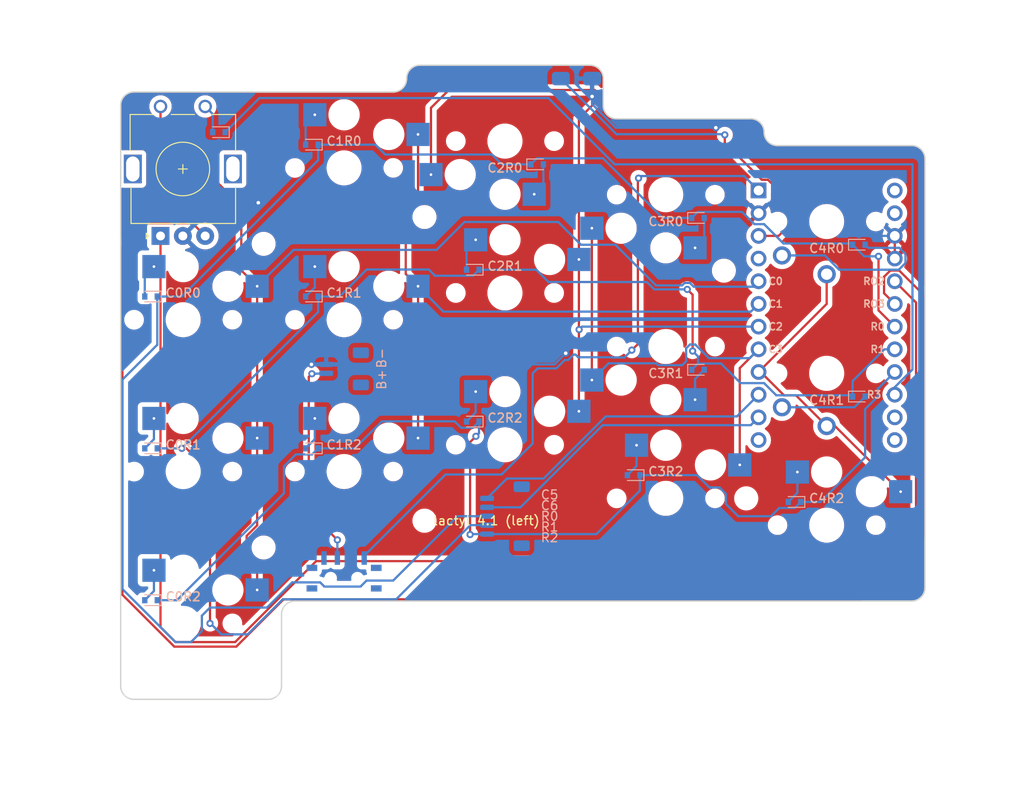
<source format=kicad_pcb>
(kicad_pcb (version 20171130) (host pcbnew 5.1.6)
  (title_block (title left) (rev v1.0.0) (company Unknown))
  (layers (0 F.Cu signal) (31 B.Cu signal) (34 B.Paste user) (35 F.Paste user) (36 B.SilkS user) (37 F.SilkS user) (38 B.Mask user) (39 F.Mask user) (44 Edge.Cuts user))
  (net 0 "")
  (net 1 "C0")
  (net 2 "C0R0D")
  (net 3 "C0R0")
  (net 4 "R0")
  (net 5 "C0R1D")
  (net 6 "C0R1")
  (net 7 "R1")
  (net 8 "C0R2D")
  (net 9 "C0R2")
  (net 10 "R2")
  (net 11 "C1")
  (net 12 "C1R0D")
  (net 13 "C1R0")
  (net 14 "C1R1D")
  (net 15 "C1R1")
  (net 16 "C1R2D")
  (net 17 "C1R2")
  (net 18 "C2")
  (net 19 "C2R0D")
  (net 20 "C2R0")
  (net 21 "C2R1D")
  (net 22 "C2R1")
  (net 23 "C2R2D")
  (net 24 "C2R2")
  (net 25 "C3")
  (net 26 "C3R0D")
  (net 27 "C3R0")
  (net 28 "C3R1D")
  (net 29 "C3R1")
  (net 30 "C3R2D")
  (net 31 "C3R2")
  (net 32 "C4")
  (net 33 "C4R0D")
  (net 34 "C4R0")
  (net 35 "C4R1D")
  (net 36 "C4R1")
  (net 37 "C4R2D")
  (net 38 "C4R2")
  (net 39 "C0R3D")
  (net 40 "P2")
  (net 41 "P3")
  (net 42 "GND")
  (net 43 "R3")
  (net 44 "RAW")
  (net 45 "BSLI")
  (net 46 "three")
  (net 47 "RST")
  (net 48 "VCC")
  (net 49 "C5")
  (net 50 "C6")
  (net 51 "P10")
  (net 52 "P1")
  (net 53 "P0")
  (net 54 "P8")
  (net 55 "P9")
  (net 56 "Flactyl 4.1 (left)")
  (footprint "Kailh_socket_PG1350_no_silk" (layer "B.Cu") (at 0 -34 180)
    (fp_text reference "S1" hide)
    (fp_text user C0R0 (at -0 3 180) (layer F.SilkS))
    (fp_text user C0R0 (at -0 3 180) (layer B.SilkS))
    (pad "" np_thru_hole circle (at 0 0) (size 3.429 3.429) (drill 3.429) (layers *.Cu *.Mask))
    (pad "" np_thru_hole circle (at 5.5 0) (size 1.7018 1.7018) (drill 1.7018) (layers *.Cu *.Mask))
    (pad "" np_thru_hole circle (at -5.5 0) (size 1.7018 1.7018) (drill 1.7018) (layers *.Cu *.Mask))
    (pad "" np_thru_hole circle (at -5 3.75) (size 3 3) (drill 3) (layers *.Cu *.Mask))
    (pad "" np_thru_hole circle (at 0 5.95) (size 3 3) (drill 3) (layers *.Cu *.Mask))
    (pad "1" smd rect (at 3.275 5.95) (size 2.6 2.6) (layers "B.Cu" "B.Paste" "B.Mask") (net 2 "C0R0D"))
    (pad "2" smd rect (at -8.275 3.75) (size 2.6 2.6) (layers "B.Cu" "B.Paste" "B.Mask") (net 1 "C0"))
    (pad "3" thru_hole circle (at 3.275 5.95) (size 0.6 0.6) (drill 0.3) (layers *.Cu) (net 2 "C0R0D"))
    (pad "4" thru_hole circle (at -8.275 3.75) (size 0.6 0.6) (drill 0.3) (layers *.Cu) (net 1 "C0"))
  )
  (footprint "D_SOD-523" (layer "B.Cu") (at -3.6 -36.6 180)
    (fp_text reference "D1" hide)
    (fp_text value "D_SOD-523")
    (pad "1" smd rect (at -0.7 0 180) (size 0.6 0.7) (layers "B.Cu" "B.Paste" "B.Mask") (net 4 "R0"))
    (pad "2" smd rect (at 0.7 0 180) (size 0.6 0.7) (layers "B.Cu" "B.Paste" "B.Mask") (net 2 "C0R0D"))
  )
  (footprint "Kailh_socket_PG1350_no_silk" (layer "B.Cu") (at 0 -17 180)
    (fp_text reference "S2" hide)
    (fp_text user C0R1 (at -0 3 180) (layer F.SilkS))
    (fp_text user C0R1 (at -0 3 180) (layer B.SilkS))
    (pad "" np_thru_hole circle (at 0 0) (size 3.429 3.429) (drill 3.429) (layers *.Cu *.Mask))
    (pad "" np_thru_hole circle (at 5.5 0) (size 1.7018 1.7018) (drill 1.7018) (layers *.Cu *.Mask))
    (pad "" np_thru_hole circle (at -5.5 0) (size 1.7018 1.7018) (drill 1.7018) (layers *.Cu *.Mask))
    (pad "" np_thru_hole circle (at -5 3.75) (size 3 3) (drill 3) (layers *.Cu *.Mask))
    (pad "" np_thru_hole circle (at 0 5.95) (size 3 3) (drill 3) (layers *.Cu *.Mask))
    (pad "1" smd rect (at 3.275 5.95) (size 2.6 2.6) (layers "B.Cu" "B.Paste" "B.Mask") (net 5 "C0R1D"))
    (pad "2" smd rect (at -8.275 3.75) (size 2.6 2.6) (layers "B.Cu" "B.Paste" "B.Mask") (net 1 "C0"))
    (pad "3" thru_hole circle (at 3.275 5.95) (size 0.6 0.6) (drill 0.3) (layers *.Cu) (net 5 "C0R1D"))
    (pad "4" thru_hole circle (at -8.275 3.75) (size 0.6 0.6) (drill 0.3) (layers *.Cu) (net 1 "C0"))
  )
  (footprint "D_SOD-523" (layer "B.Cu") (at -3.6 -19.6 180)
    (fp_text reference "D2" hide)
    (fp_text value "D_SOD-523")
    (pad "1" smd rect (at -0.7 0 180) (size 0.6 0.7) (layers "B.Cu" "B.Paste" "B.Mask") (net 7 "R1"))
    (pad "2" smd rect (at 0.7 0 180) (size 0.6 0.7) (layers "B.Cu" "B.Paste" "B.Mask") (net 5 "C0R1D"))
  )
  (footprint "Kailh_socket_PG1350_no_silk" (layer "B.Cu") (at 0 0 180)
    (fp_text reference "S3" hide)
    (fp_text user C0R2 (at -0 3 180) (layer F.SilkS))
    (fp_text user C0R2 (at -0 3 180) (layer B.SilkS))
    (pad "" np_thru_hole circle (at 0 0) (size 3.429 3.429) (drill 3.429) (layers *.Cu *.Mask))
    (pad "" np_thru_hole circle (at 5.5 0) (size 1.7018 1.7018) (drill 1.7018) (layers *.Cu *.Mask))
    (pad "" np_thru_hole circle (at -5.5 0) (size 1.7018 1.7018) (drill 1.7018) (layers *.Cu *.Mask))
    (pad "" np_thru_hole circle (at -5 3.75) (size 3 3) (drill 3) (layers *.Cu *.Mask))
    (pad "" np_thru_hole circle (at 0 5.95) (size 3 3) (drill 3) (layers *.Cu *.Mask))
    (pad "1" smd rect (at 3.275 5.95) (size 2.6 2.6) (layers "B.Cu" "B.Paste" "B.Mask") (net 8 "C0R2D"))
    (pad "2" smd rect (at -8.275 3.75) (size 2.6 2.6) (layers "B.Cu" "B.Paste" "B.Mask") (net 1 "C0"))
    (pad "3" thru_hole circle (at 3.275 5.95) (size 0.6 0.6) (drill 0.3) (layers *.Cu) (net 8 "C0R2D"))
    (pad "4" thru_hole circle (at -8.275 3.75) (size 0.6 0.6) (drill 0.3) (layers *.Cu) (net 1 "C0"))
  )
  (footprint "D_SOD-523" (layer "B.Cu") (at -3.6 -2.6 180)
    (fp_text reference "D3" hide)
    (fp_text value "D_SOD-523")
    (pad "1" smd rect (at -0.7 0 180) (size 0.6 0.7) (layers "B.Cu" "B.Paste" "B.Mask") (net 10 "R2"))
    (pad "2" smd rect (at 0.7 0 180) (size 0.6 0.7) (layers "B.Cu" "B.Paste" "B.Mask") (net 8 "C0R2D"))
  )
  (footprint "Kailh_socket_PG1350_no_silk" (layer "B.Cu") (at 18 -51 180)
    (fp_text reference "S4" hide)
    (fp_text user C1R0 (at -0 3 180) (layer F.SilkS))
    (fp_text user C1R0 (at -0 3 180) (layer B.SilkS))
    (pad "" np_thru_hole circle (at 0 0) (size 3.429 3.429) (drill 3.429) (layers *.Cu *.Mask))
    (pad "" np_thru_hole circle (at 5.5 0) (size 1.7018 1.7018) (drill 1.7018) (layers *.Cu *.Mask))
    (pad "" np_thru_hole circle (at -5.5 0) (size 1.7018 1.7018) (drill 1.7018) (layers *.Cu *.Mask))
    (pad "" np_thru_hole circle (at -5 3.75) (size 3 3) (drill 3) (layers *.Cu *.Mask))
    (pad "" np_thru_hole circle (at 0 5.95) (size 3 3) (drill 3) (layers *.Cu *.Mask))
    (pad "1" smd rect (at 3.275 5.95) (size 2.6 2.6) (layers "B.Cu" "B.Paste" "B.Mask") (net 12 "C1R0D"))
    (pad "2" smd rect (at -8.275 3.75) (size 2.6 2.6) (layers "B.Cu" "B.Paste" "B.Mask") (net 11 "C1"))
    (pad "3" thru_hole circle (at 3.275 5.95) (size 0.6 0.6) (drill 0.3) (layers *.Cu) (net 12 "C1R0D"))
    (pad "4" thru_hole circle (at -8.275 3.75) (size 0.6 0.6) (drill 0.3) (layers *.Cu) (net 11 "C1"))
  )
  (footprint "D_SOD-523" (layer "B.Cu") (at 14.4 -53.6 180)
    (fp_text reference "D4" hide)
    (fp_text value "D_SOD-523")
    (pad "1" smd rect (at -0.7 0 180) (size 0.6 0.7) (layers "B.Cu" "B.Paste" "B.Mask") (net 4 "R0"))
    (pad "2" smd rect (at 0.7 0 180) (size 0.6 0.7) (layers "B.Cu" "B.Paste" "B.Mask") (net 12 "C1R0D"))
  )
  (footprint "Kailh_socket_PG1350_no_silk" (layer "B.Cu") (at 18 -34 180)
    (fp_text reference "S5" hide)
    (fp_text user C1R1 (at -0 3 180) (layer F.SilkS))
    (fp_text user C1R1 (at -0 3 180) (layer B.SilkS))
    (pad "" np_thru_hole circle (at 0 0) (size 3.429 3.429) (drill 3.429) (layers *.Cu *.Mask))
    (pad "" np_thru_hole circle (at 5.5 0) (size 1.7018 1.7018) (drill 1.7018) (layers *.Cu *.Mask))
    (pad "" np_thru_hole circle (at -5.5 0) (size 1.7018 1.7018) (drill 1.7018) (layers *.Cu *.Mask))
    (pad "" np_thru_hole circle (at -5 3.75) (size 3 3) (drill 3) (layers *.Cu *.Mask))
    (pad "" np_thru_hole circle (at 0 5.95) (size 3 3) (drill 3) (layers *.Cu *.Mask))
    (pad "1" smd rect (at 3.275 5.95) (size 2.6 2.6) (layers "B.Cu" "B.Paste" "B.Mask") (net 14 "C1R1D"))
    (pad "2" smd rect (at -8.275 3.75) (size 2.6 2.6) (layers "B.Cu" "B.Paste" "B.Mask") (net 11 "C1"))
    (pad "3" thru_hole circle (at 3.275 5.95) (size 0.6 0.6) (drill 0.3) (layers *.Cu) (net 14 "C1R1D"))
    (pad "4" thru_hole circle (at -8.275 3.75) (size 0.6 0.6) (drill 0.3) (layers *.Cu) (net 11 "C1"))
  )
  (footprint "D_SOD-523" (layer "B.Cu") (at 14.4 -36.6 180)
    (fp_text reference "D5" hide)
    (fp_text value "D_SOD-523")
    (pad "1" smd rect (at -0.7 0 180) (size 0.6 0.7) (layers "B.Cu" "B.Paste" "B.Mask") (net 7 "R1"))
    (pad "2" smd rect (at 0.7 0 180) (size 0.6 0.7) (layers "B.Cu" "B.Paste" "B.Mask") (net 14 "C1R1D"))
  )
  (footprint "Kailh_socket_PG1350_no_silk" (layer "B.Cu") (at 18 -17 180)
    (fp_text reference "S6" hide)
    (fp_text user C1R2 (at -0 3 180) (layer F.SilkS))
    (fp_text user C1R2 (at -0 3 180) (layer B.SilkS))
    (pad "" np_thru_hole circle (at 0 0) (size 3.429 3.429) (drill 3.429) (layers *.Cu *.Mask))
    (pad "" np_thru_hole circle (at 5.5 0) (size 1.7018 1.7018) (drill 1.7018) (layers *.Cu *.Mask))
    (pad "" np_thru_hole circle (at -5.5 0) (size 1.7018 1.7018) (drill 1.7018) (layers *.Cu *.Mask))
    (pad "" np_thru_hole circle (at -5 3.75) (size 3 3) (drill 3) (layers *.Cu *.Mask))
    (pad "" np_thru_hole circle (at 0 5.95) (size 3 3) (drill 3) (layers *.Cu *.Mask))
    (pad "1" smd rect (at 3.275 5.95) (size 2.6 2.6) (layers "B.Cu" "B.Paste" "B.Mask") (net 16 "C1R2D"))
    (pad "2" smd rect (at -8.275 3.75) (size 2.6 2.6) (layers "B.Cu" "B.Paste" "B.Mask") (net 11 "C1"))
    (pad "3" thru_hole circle (at 3.275 5.95) (size 0.6 0.6) (drill 0.3) (layers *.Cu) (net 16 "C1R2D"))
    (pad "4" thru_hole circle (at -8.275 3.75) (size 0.6 0.6) (drill 0.3) (layers *.Cu) (net 11 "C1"))
  )
  (footprint "D_SOD-523" (layer "B.Cu") (at 14.4 -19.6 180)
    (fp_text reference "D6" hide)
    (fp_text value "D_SOD-523")
    (pad "1" smd rect (at -0.7 0 180) (size 0.6 0.7) (layers "B.Cu" "B.Paste" "B.Mask") (net 10 "R2"))
    (pad "2" smd rect (at 0.7 0 180) (size 0.6 0.7) (layers "B.Cu" "B.Paste" "B.Mask") (net 16 "C1R2D"))
  )
  (footprint "Kailh_socket_PG1350_no_silk" (layer "B.Cu") (at 36 -54 0)
    (fp_text reference "S7" hide)
    (fp_text user C2R0 (at -0 3 0) (layer F.SilkS))
    (fp_text user C2R0 (at -0 3 0) (layer B.SilkS))
    (pad "" np_thru_hole circle (at 0 0) (size 3.429 3.429) (drill 3.429) (layers *.Cu *.Mask))
    (pad "" np_thru_hole circle (at 5.5 0) (size 1.7018 1.7018) (drill 1.7018) (layers *.Cu *.Mask))
    (pad "" np_thru_hole circle (at -5.5 0) (size 1.7018 1.7018) (drill 1.7018) (layers *.Cu *.Mask))
    (pad "" np_thru_hole circle (at -5 3.75) (size 3 3) (drill 3) (layers *.Cu *.Mask))
    (pad "" np_thru_hole circle (at 0 5.95) (size 3 3) (drill 3) (layers *.Cu *.Mask))
    (pad "1" smd rect (at 3.275 5.95) (size 2.6 2.6) (layers "B.Cu" "B.Paste" "B.Mask") (net 19 "C2R0D"))
    (pad "2" smd rect (at -8.275 3.75) (size 2.6 2.6) (layers "B.Cu" "B.Paste" "B.Mask") (net 18 "C2"))
    (pad "3" thru_hole circle (at 3.275 5.95) (size 0.6 0.6) (drill 0.3) (layers *.Cu) (net 19 "C2R0D"))
    (pad "4" thru_hole circle (at -8.275 3.75) (size 0.6 0.6) (drill 0.3) (layers *.Cu) (net 18 "C2"))
  )
  (footprint "D_SOD-523" (layer "B.Cu") (at 39.6 -51.4 0)
    (fp_text reference "D7" hide)
    (fp_text value "D_SOD-523")
    (pad "1" smd rect (at -0.7 0 0) (size 0.6 0.7) (layers "B.Cu" "B.Paste" "B.Mask") (net 4 "R0"))
    (pad "2" smd rect (at 0.7 0 0) (size 0.6 0.7) (layers "B.Cu" "B.Paste" "B.Mask") (net 19 "C2R0D"))
  )
  (footprint "Kailh_socket_PG1350_no_silk" (layer "B.Cu") (at 36 -37 180)
    (fp_text reference "S8" hide)
    (fp_text user C2R1 (at -0 3 180) (layer F.SilkS))
    (fp_text user C2R1 (at -0 3 180) (layer B.SilkS))
    (pad "" np_thru_hole circle (at 0 0) (size 3.429 3.429) (drill 3.429) (layers *.Cu *.Mask))
    (pad "" np_thru_hole circle (at 5.5 0) (size 1.7018 1.7018) (drill 1.7018) (layers *.Cu *.Mask))
    (pad "" np_thru_hole circle (at -5.5 0) (size 1.7018 1.7018) (drill 1.7018) (layers *.Cu *.Mask))
    (pad "" np_thru_hole circle (at -5 3.75) (size 3 3) (drill 3) (layers *.Cu *.Mask))
    (pad "" np_thru_hole circle (at 0 5.95) (size 3 3) (drill 3) (layers *.Cu *.Mask))
    (pad "1" smd rect (at 3.275 5.95) (size 2.6 2.6) (layers "B.Cu" "B.Paste" "B.Mask") (net 21 "C2R1D"))
    (pad "2" smd rect (at -8.275 3.75) (size 2.6 2.6) (layers "B.Cu" "B.Paste" "B.Mask") (net 18 "C2"))
    (pad "3" thru_hole circle (at 3.275 5.95) (size 0.6 0.6) (drill 0.3) (layers *.Cu) (net 21 "C2R1D"))
    (pad "4" thru_hole circle (at -8.275 3.75) (size 0.6 0.6) (drill 0.3) (layers *.Cu) (net 18 "C2"))
  )
  (footprint "D_SOD-523" (layer "B.Cu") (at 32.4 -39.6 180)
    (fp_text reference "D8" hide)
    (fp_text value "D_SOD-523")
    (pad "1" smd rect (at -0.7 0 180) (size 0.6 0.7) (layers "B.Cu" "B.Paste" "B.Mask") (net 7 "R1"))
    (pad "2" smd rect (at 0.7 0 180) (size 0.6 0.7) (layers "B.Cu" "B.Paste" "B.Mask") (net 21 "C2R1D"))
  )
  (footprint "Kailh_socket_PG1350_no_silk" (layer "B.Cu") (at 36 -20 180)
    (fp_text reference "S9" hide)
    (fp_text user C2R2 (at -0 3 180) (layer F.SilkS))
    (fp_text user C2R2 (at -0 3 180) (layer B.SilkS))
    (pad "" np_thru_hole circle (at 0 0) (size 3.429 3.429) (drill 3.429) (layers *.Cu *.Mask))
    (pad "" np_thru_hole circle (at 5.5 0) (size 1.7018 1.7018) (drill 1.7018) (layers *.Cu *.Mask))
    (pad "" np_thru_hole circle (at -5.5 0) (size 1.7018 1.7018) (drill 1.7018) (layers *.Cu *.Mask))
    (pad "" np_thru_hole circle (at -5 3.75) (size 3 3) (drill 3) (layers *.Cu *.Mask))
    (pad "" np_thru_hole circle (at 0 5.95) (size 3 3) (drill 3) (layers *.Cu *.Mask))
    (pad "1" smd rect (at 3.275 5.95) (size 2.6 2.6) (layers "B.Cu" "B.Paste" "B.Mask") (net 23 "C2R2D"))
    (pad "2" smd rect (at -8.275 3.75) (size 2.6 2.6) (layers "B.Cu" "B.Paste" "B.Mask") (net 18 "C2"))
    (pad "3" thru_hole circle (at 3.275 5.95) (size 0.6 0.6) (drill 0.3) (layers *.Cu) (net 23 "C2R2D"))
    (pad "4" thru_hole circle (at -8.275 3.75) (size 0.6 0.6) (drill 0.3) (layers *.Cu) (net 18 "C2"))
  )
  (footprint "D_SOD-523" (layer "B.Cu") (at 32.4 -22.6 180)
    (fp_text reference "D9" hide)
    (fp_text value "D_SOD-523")
    (pad "1" smd rect (at -0.7 0 180) (size 0.6 0.7) (layers "B.Cu" "B.Paste" "B.Mask") (net 10 "R2"))
    (pad "2" smd rect (at 0.7 0 180) (size 0.6 0.7) (layers "B.Cu" "B.Paste" "B.Mask") (net 23 "C2R2D"))
  )
  (footprint "Kailh_socket_PG1350_no_silk" (layer "B.Cu") (at 54 -48 0)
    (fp_text reference "S10" hide)
    (fp_text user C3R0 (at -0 3 0) (layer F.SilkS))
    (fp_text user C3R0 (at -0 3 0) (layer B.SilkS))
    (pad "" np_thru_hole circle (at 0 0) (size 3.429 3.429) (drill 3.429) (layers *.Cu *.Mask))
    (pad "" np_thru_hole circle (at 5.5 0) (size 1.7018 1.7018) (drill 1.7018) (layers *.Cu *.Mask))
    (pad "" np_thru_hole circle (at -5.5 0) (size 1.7018 1.7018) (drill 1.7018) (layers *.Cu *.Mask))
    (pad "" np_thru_hole circle (at -5 3.75) (size 3 3) (drill 3) (layers *.Cu *.Mask))
    (pad "" np_thru_hole circle (at 0 5.95) (size 3 3) (drill 3) (layers *.Cu *.Mask))
    (pad "1" smd rect (at 3.275 5.95) (size 2.6 2.6) (layers "B.Cu" "B.Paste" "B.Mask") (net 26 "C3R0D"))
    (pad "2" smd rect (at -8.275 3.75) (size 2.6 2.6) (layers "B.Cu" "B.Paste" "B.Mask") (net 25 "C3"))
    (pad "3" thru_hole circle (at 3.275 5.95) (size 0.6 0.6) (drill 0.3) (layers *.Cu) (net 26 "C3R0D"))
    (pad "4" thru_hole circle (at -8.275 3.75) (size 0.6 0.6) (drill 0.3) (layers *.Cu) (net 25 "C3"))
  )
  (footprint "D_SOD-523" (layer "B.Cu") (at 57.6 -45.4 0)
    (fp_text reference "D10" hide)
    (fp_text value "D_SOD-523")
    (pad "1" smd rect (at -0.7 0 0) (size 0.6 0.7) (layers "B.Cu" "B.Paste" "B.Mask") (net 4 "R0"))
    (pad "2" smd rect (at 0.7 0 0) (size 0.6 0.7) (layers "B.Cu" "B.Paste" "B.Mask") (net 26 "C3R0D"))
  )
  (footprint "Kailh_socket_PG1350_no_silk" (layer "B.Cu") (at 54 -31 0)
    (fp_text reference "S11" hide)
    (fp_text user C3R1 (at -0 3 0) (layer F.SilkS))
    (fp_text user C3R1 (at -0 3 0) (layer B.SilkS))
    (pad "" np_thru_hole circle (at 0 0) (size 3.429 3.429) (drill 3.429) (layers *.Cu *.Mask))
    (pad "" np_thru_hole circle (at 5.5 0) (size 1.7018 1.7018) (drill 1.7018) (layers *.Cu *.Mask))
    (pad "" np_thru_hole circle (at -5.5 0) (size 1.7018 1.7018) (drill 1.7018) (layers *.Cu *.Mask))
    (pad "" np_thru_hole circle (at -5 3.75) (size 3 3) (drill 3) (layers *.Cu *.Mask))
    (pad "" np_thru_hole circle (at 0 5.95) (size 3 3) (drill 3) (layers *.Cu *.Mask))
    (pad "1" smd rect (at 3.275 5.95) (size 2.6 2.6) (layers "B.Cu" "B.Paste" "B.Mask") (net 28 "C3R1D"))
    (pad "2" smd rect (at -8.275 3.75) (size 2.6 2.6) (layers "B.Cu" "B.Paste" "B.Mask") (net 25 "C3"))
    (pad "3" thru_hole circle (at 3.275 5.95) (size 0.6 0.6) (drill 0.3) (layers *.Cu) (net 28 "C3R1D"))
    (pad "4" thru_hole circle (at -8.275 3.75) (size 0.6 0.6) (drill 0.3) (layers *.Cu) (net 25 "C3"))
  )
  (footprint "D_SOD-523" (layer "B.Cu") (at 57.6 -28.4 0)
    (fp_text reference "D11" hide)
    (fp_text value "D_SOD-523")
    (pad "1" smd rect (at -0.7 0 0) (size 0.6 0.7) (layers "B.Cu" "B.Paste" "B.Mask") (net 7 "R1"))
    (pad "2" smd rect (at 0.7 0 0) (size 0.6 0.7) (layers "B.Cu" "B.Paste" "B.Mask") (net 28 "C3R1D"))
  )
  (footprint "Kailh_socket_PG1350_no_silk" (layer "B.Cu") (at 54 -14 180)
    (fp_text reference "S12" hide)
    (fp_text user C3R2 (at -0 3 180) (layer F.SilkS))
    (fp_text user C3R2 (at -0 3 180) (layer B.SilkS))
    (pad "" np_thru_hole circle (at 0 0) (size 3.429 3.429) (drill 3.429) (layers *.Cu *.Mask))
    (pad "" np_thru_hole circle (at 5.5 0) (size 1.7018 1.7018) (drill 1.7018) (layers *.Cu *.Mask))
    (pad "" np_thru_hole circle (at -5.5 0) (size 1.7018 1.7018) (drill 1.7018) (layers *.Cu *.Mask))
    (pad "" np_thru_hole circle (at -5 3.75) (size 3 3) (drill 3) (layers *.Cu *.Mask))
    (pad "" np_thru_hole circle (at 0 5.95) (size 3 3) (drill 3) (layers *.Cu *.Mask))
    (pad "1" smd rect (at 3.275 5.95) (size 2.6 2.6) (layers "B.Cu" "B.Paste" "B.Mask") (net 30 "C3R2D"))
    (pad "2" smd rect (at -8.275 3.75) (size 2.6 2.6) (layers "B.Cu" "B.Paste" "B.Mask") (net 25 "C3"))
    (pad "3" thru_hole circle (at 3.275 5.95) (size 0.6 0.6) (drill 0.3) (layers *.Cu) (net 30 "C3R2D"))
    (pad "4" thru_hole circle (at -8.275 3.75) (size 0.6 0.6) (drill 0.3) (layers *.Cu) (net 25 "C3"))
  )
  (footprint "D_SOD-523" (layer "B.Cu") (at 50.4 -16.6 180)
    (fp_text reference "D12" hide)
    (fp_text value "D_SOD-523")
    (pad "1" smd rect (at -0.7 0 180) (size 0.6 0.7) (layers "B.Cu" "B.Paste" "B.Mask") (net 10 "R2"))
    (pad "2" smd rect (at 0.7 0 180) (size 0.6 0.7) (layers "B.Cu" "B.Paste" "B.Mask") (net 30 "C3R2D"))
  )
  (footprint "Kailh_socket_PG1350_no_silk" (layer "B.Cu") (at 72 -45 0)
    (fp_text reference "S13" hide)
    (fp_text user C4R0 (at -0 3 0) (layer F.SilkS))
    (fp_text user C4R0 (at -0 3 0) (layer B.SilkS))
    (pad "" np_thru_hole circle (at 0 0) (size 3.429 3.429) (drill 3.429) (layers *.Cu *.Mask))
    (pad "" np_thru_hole circle (at 5.5 0) (size 1.7018 1.7018) (drill 1.7018) (layers *.Cu *.Mask))
    (pad "" np_thru_hole circle (at -5.5 0) (size 1.7018 1.7018) (drill 1.7018) (layers *.Cu *.Mask))
    (pad 1 thru_hole circle (at -5 3.8) (size 2.032 2.032) (drill 1.27) (layers *.Cu *.Mask) (net 33 "C4R0D"))
    (pad 2 thru_hole circle (at 0 5.9) (size 2.032 2.032) (drill 1.27) (layers *.Cu *.Mask) (net 32 "C4"))
  )
  (footprint "D_SOD-523" (layer "B.Cu") (at 75.6 -42.4 0)
    (fp_text reference "D13" hide)
    (fp_text value "D_SOD-523")
    (pad "1" smd rect (at -0.7 0 0) (size 0.6 0.7) (layers "B.Cu" "B.Paste" "B.Mask") (net 4 "R0"))
    (pad "2" smd rect (at 0.7 0 0) (size 0.6 0.7) (layers "B.Cu" "B.Paste" "B.Mask") (net 33 "C4R0D"))
  )
  (footprint "Kailh_socket_PG1350_no_silk" (layer "B.Cu") (at 72 -28 0)
    (fp_text reference "S14" hide)
    (fp_text user C4R1 (at -0 3 0) (layer F.SilkS))
    (fp_text user C4R1 (at -0 3 0) (layer B.SilkS))
    (pad "" np_thru_hole circle (at 0 0) (size 3.429 3.429) (drill 3.429) (layers *.Cu *.Mask))
    (pad "" np_thru_hole circle (at 5.5 0) (size 1.7018 1.7018) (drill 1.7018) (layers *.Cu *.Mask))
    (pad "" np_thru_hole circle (at -5.5 0) (size 1.7018 1.7018) (drill 1.7018) (layers *.Cu *.Mask))
    (pad 1 thru_hole circle (at -5 3.8) (size 2.032 2.032) (drill 1.27) (layers *.Cu *.Mask) (net 35 "C4R1D"))
    (pad 2 thru_hole circle (at 0 5.9) (size 2.032 2.032) (drill 1.27) (layers *.Cu *.Mask) (net 32 "C4"))
  )
  (footprint "D_SOD-523" (layer "B.Cu") (at 75.6 -25.4 0)
    (fp_text reference "D14" hide)
    (fp_text value "D_SOD-523")
    (pad "1" smd rect (at -0.7 0 0) (size 0.6 0.7) (layers "B.Cu" "B.Paste" "B.Mask") (net 7 "R1"))
    (pad "2" smd rect (at 0.7 0 0) (size 0.6 0.7) (layers "B.Cu" "B.Paste" "B.Mask") (net 35 "C4R1D"))
  )
  (footprint "Kailh_socket_PG1350_no_silk" (layer "B.Cu") (at 72 -11 180)
    (fp_text reference "S15" hide)
    (fp_text user C4R2 (at -0 3 180) (layer F.SilkS))
    (fp_text user C4R2 (at -0 3 180) (layer B.SilkS))
    (pad "" np_thru_hole circle (at 0 0) (size 3.429 3.429) (drill 3.429) (layers *.Cu *.Mask))
    (pad "" np_thru_hole circle (at 5.5 0) (size 1.7018 1.7018) (drill 1.7018) (layers *.Cu *.Mask))
    (pad "" np_thru_hole circle (at -5.5 0) (size 1.7018 1.7018) (drill 1.7018) (layers *.Cu *.Mask))
    (pad "" np_thru_hole circle (at -5 3.75) (size 3 3) (drill 3) (layers *.Cu *.Mask))
    (pad "" np_thru_hole circle (at 0 5.95) (size 3 3) (drill 3) (layers *.Cu *.Mask))
    (pad "1" smd rect (at 3.275 5.95) (size 2.6 2.6) (layers "B.Cu" "B.Paste" "B.Mask") (net 37 "C4R2D"))
    (pad "2" smd rect (at -8.275 3.75) (size 2.6 2.6) (layers "B.Cu" "B.Paste" "B.Mask") (net 32 "C4"))
    (pad "3" thru_hole circle (at 3.275 5.95) (size 0.6 0.6) (drill 0.3) (layers *.Cu) (net 37 "C4R2D"))
    (pad "4" thru_hole circle (at -8.275 3.75) (size 0.6 0.6) (drill 0.3) (layers *.Cu) (net 32 "C4"))
  )
  (footprint "D_SOD-523" (layer "B.Cu") (at 68.4 -13.6 180)
    (fp_text reference "D15" hide)
    (fp_text value "D_SOD-523")
    (pad "1" smd rect (at -0.7 0 180) (size 0.6 0.7) (layers "B.Cu" "B.Paste" "B.Mask") (net 10 "R2"))
    (pad "2" smd rect (at 0.7 0 180) (size 0.6 0.7) (layers "B.Cu" "B.Paste" "B.Mask") (net 37 "C4R2D"))
  )
  (module rotary_encoder (layer F.Cu) (at 0 -51 90)
    (fp_text reference "ROT1" hide)
    (fp_text value "")
    (pad A thru_hole rect (at -7.62 -2.54 90) (size 2 2) (drill 1) (layers *.Cu *.Mask) (net 40 "P2"))
    (pad C thru_hole circle (at -7.62 -0.04) (size 2 2) (drill 1) (layers *.Cu *.Mask) (net 42 "GND"))
    (pad B thru_hole circle (at -7.62 2.46) (size 2 2) (drill 1) (layers *.Cu *.Mask) (net 41 "P3"))
    (pad 1 thru_hole circle (at 6.88 -2.54) (size 1.5 1.5) (drill 1) (layers *.Cu *.Mask) (net 1 "C0"))
    (pad 2 thru_hole circle (at 6.88 2.46) (size 1.5 1.5) (drill 1) (layers *.Cu *.Mask) (net 39 "C0R3D"))
    (pad "" thru_hole rect (at -0.12 -5.64 90) (size 3.2 2) (drill oval 2.8 1.5) (layers *.Cu *.Mask))
    (pad "" thru_hole rect (at -0.12 5.56 90) (size 3.2 2) (drill oval 2.8 1.5) (layers *.Cu *.Mask))
  )
  (footprint "D_SOD-523" (layer "B.Cu") (at 4 -55 180)
    (fp_text reference "D16" hide)
    (fp_text value "D_SOD-523")
    (pad "1" smd rect (at -0.7 0 180) (size 0.6 0.7) (layers "B.Cu" "B.Paste" "B.Mask") (net 43 "R3"))
    (pad "2" smd rect (at 0.7 0 180) (size 0.6 0.7) (layers "B.Cu" "B.Paste" "B.Mask") (net 39 "C0R3D"))
  )
  (footprint "easyeda:SW-TH_MSK12C02-HB-1" (layer "F.Cu") (at 18 -5.5 180)
    (fp_text reference "SS1" hide)
    (fp_text value "SW-TH_MSK12C02-HB-1" hide)
    (pad "" np_thru_hole circle (at -1.5 -0.43 180) (size 0.9 0.9) (drill 0.9) (layers "*.Cu" "*.Mask"))
    (pad "" np_thru_hole circle (at 1.5 -0.43 180) (size 0.9 0.9) (drill 0.9) (layers "*.Cu" "*.Mask"))
    (pad "1" smd rect (at -2.25 1.82 270) (size 1.524 0.6) (layers "B.Cu" "B.Paste" "B.Mask") (net 44 "RAW"))
    (pad "2" smd rect (at 0.75 1.82 270) (size 1.524 0.6) (layers "B.Cu" "B.Paste" "B.Mask") (net 45 "BSLI"))
    (pad "3" smd rect (at 2.25 1.82 270) (size 1.524 0.6) (layers "B.Cu" "B.Paste" "B.Mask") (net 46 "three"))
    (pad "4" smd rect (at -3.6 -1.58 180) (size 1.2 0.7) (layers "B.Cu" "B.Paste" "B.Mask"))
    (pad "4" smd rect (at -3.6 0.72 180) (size 1.2 0.7) (layers "B.Cu" "B.Paste" "B.Mask"))
    (pad "4" smd rect (at 3.6 -1.58 180) (size 1.2 0.7) (layers "B.Cu" "B.Paste" "B.Mask"))
    (pad "4" smd rect (at 3.6 0.72 180) (size 1.2 0.7) (layers "B.Cu" "B.Paste" "B.Mask"))
  )
  (module "b3u-1000P" (layer "B.Cu") (at 44 -61 180)
    (fp_text reference "SB1" hide)
    (fp_text value "b3u-1000P")
    (pad "1" smd roundrect (at -1.75 0 180) (size 2 1.524) (layers "B.Cu" "B.Paste" "B.Mask") (net 42 "GND"))
    (pad "2" smd roundrect (at 1.75 0 180) (size 2 1.512) (layers "B.Cu" "B.Paste" "B.Mask") (net 47 "RST"))
  )
  (module NiceNano (layer B.Cu) (at 72 -34.5 -90)
    (fp_text reference "MCU1" hide)
    (fp_text value "" hide)
    (fp_text user C0 (at -3.81 5.7 0) (layer F.SilkS) (effects (font (size 0.8 0.8))))
    (fp_text user C1 (at -1.27 5.7 0) (layer F.SilkS) (effects (font (size 0.8 0.8))))
    (fp_text user C2 (at 1.27 5.7 0) (layer F.SilkS) (effects (font (size 0.8 0.8))))
    (fp_text user C3 (at 3.81 5.7 0) (layer F.SilkS) (effects (font (size 0.8 0.8))))
    (fp_text user C0 (at -3.81 5.7 0) (layer B.SilkS) (effects (font (size 0.8 0.8))))
    (fp_text user C1 (at -1.27 5.7 0) (layer B.SilkS) (effects (font (size 0.8 0.8))))
    (fp_text user C2 (at 1.27 5.7 0) (layer B.SilkS) (effects (font (size 0.8 0.8))))
    (fp_text user C3 (at 3.81 5.7 0) (layer B.SilkS) (effects (font (size 0.8 0.8))))
    (fp_text user RO2 (at -3.81 -5.3 0) (layer B.SilkS) (effects (font (size 0.8 0.8))))
    (fp_text user RO3 (at -1.27 -5.3 0) (layer B.SilkS) (effects (font (size 0.8 0.8))))
    (fp_text user RO2 (at -3.81 -5.3 0) (layer F.SilkS) (effects (font (size 0.8 0.8))))
    (fp_text user RO3 (at -1.27 -5.3 0) (layer F.SilkS) (effects (font (size 0.8 0.8))))
    (fp_text user R0 (at 1.27 -5.7 0) (layer F.SilkS) (effects (font (size 0.8 0.8))))
    (fp_text user R1 (at 3.81 -5.7 0) (layer F.SilkS) (effects (font (size 0.8 0.8))))
    (fp_text user R3 (at 8.89 -5.3 0) (layer F.SilkS) (effects (font (size 0.8 0.8))))
    (fp_text user R0 (at 1.27 -5.7 0) (layer B.SilkS) (effects (font (size 0.8 0.8))))
    (fp_text user R1 (at 3.81 -5.7 0) (layer B.SilkS) (effects (font (size 0.8 0.8))))
    (fp_text user R3 (at 8.89 -5.3 0) (layer B.SilkS) (effects (font (size 0.8 0.8))))
    (pad 1 thru_hole rect (at -13.97 7.62 -90) (size 1.7526 1.7526) (drill 1.0922) (layers *.Cu *.Fab *.Mask) (net 44 "RAW"))
    (pad 2 thru_hole circle (at -11.43 7.62 0) (size 1.7526 1.7526) (drill 1.0922) (layers *.Cu *.Fab *.Mask) (net 42 "GND"))
    (pad 3 thru_hole circle (at -8.89 7.62 0) (size 1.7526 1.7526) (drill 1.0922) (layers *.Cu *.Fab *.Mask) (net 47 "RST"))
    (pad 4 thru_hole circle (at -6.35 7.62 0) (size 1.7526 1.7526) (drill 1.0922) (layers *.Cu *.Fab *.Mask) (net 48 "VCC"))
    (pad 5 thru_hole circle (at -3.81 7.62 0) (size 1.7526 1.7526) (drill 1.0922) (layers *.Cu *.Fab *.Mask) (net 1 "C0"))
    (pad 6 thru_hole circle (at -1.27 7.62 0) (size 1.7526 1.7526) (drill 1.0922) (layers *.Cu *.Fab *.Mask) (net 11 "C1"))
    (pad 7 thru_hole circle (at 1.27 7.62 0) (size 1.7526 1.7526) (drill 1.0922) (layers *.Cu *.Fab *.Mask) (net 18 "C2"))
    (pad 8 thru_hole circle (at 3.81 7.62 0) (size 1.7526 1.7526) (drill 1.0922) (layers *.Cu *.Fab *.Mask) (net 25 "C3"))
    (pad 9 thru_hole circle (at 6.35 7.62 0) (size 1.7526 1.7526) (drill 1.0922) (layers *.Cu *.Fab *.Mask) (net 32 "C4"))
    (pad 10 thru_hole circle (at 8.89 7.62 0) (size 1.7526 1.7526) (drill 1.0922) (layers *.Cu *.Fab *.Mask) (net 49 "C5"))
    (pad 11 thru_hole circle (at 11.43 7.62 0) (size 1.7526 1.7526) (drill 1.0922) (layers *.Cu *.Fab *.Mask) (net 50 "C6"))
    (pad 12 thru_hole circle (at 13.97 7.62 0) (size 1.7526 1.7526) (drill 1.0922) (layers *.Cu *.Fab *.Mask) (net 51 "P10"))
    (pad 13 thru_hole circle (at -13.97 -7.62 0) (size 1.7526 1.7526) (drill 1.0922) (layers *.Cu *.Fab *.Mask) (net 52 "P1"))
    (pad 14 thru_hole circle (at -11.43 -7.62 0) (size 1.7526 1.7526) (drill 1.0922) (layers *.Cu *.Fab *.Mask) (net 53 "P0"))
    (pad 15 thru_hole circle (at -8.89 -7.62 0) (size 1.7526 1.7526) (drill 1.0922) (layers *.Cu *.Fab *.Mask) (net 42 "GND"))
    (pad 16 thru_hole circle (at -6.35 -7.62 0) (size 1.7526 1.7526) (drill 1.0922) (layers *.Cu *.Fab *.Mask) (net 42 "GND"))
    (pad 17 thru_hole circle (at -3.81 -7.62 0) (size 1.7526 1.7526) (drill 1.0922) (layers *.Cu *.Fab *.Mask) (net 40 "P2"))
    (pad 18 thru_hole circle (at -1.27 -7.62 0) (size 1.7526 1.7526) (drill 1.0922) (layers *.Cu *.Fab *.Mask) (net 41 "P3"))
    (pad 19 thru_hole circle (at 1.27 -7.62 0) (size 1.7526 1.7526) (drill 1.0922) (layers *.Cu *.Fab *.Mask) (net 4 "R0"))
    (pad 20 thru_hole circle (at 3.81 -7.62 0) (size 1.7526 1.7526) (drill 1.0922) (layers *.Cu *.Fab *.Mask) (net 7 "R1"))
    (pad 21 thru_hole circle (at 6.35 -7.62 0) (size 1.7526 1.7526) (drill 1.0922) (layers *.Cu *.Fab *.Mask) (net 10 "R2"))
    (pad 22 thru_hole circle (at 8.89 -7.62 0) (size 1.7526 1.7526) (drill 1.0922) (layers *.Cu *.Fab *.Mask) (net 43 "R3"))
    (pad 23 thru_hole circle (at 11.43 -7.62 0) (size 1.7526 1.7526) (drill 1.0922) (layers *.Cu *.Fab *.Mask) (net 54 "P8"))
    (pad 24 thru_hole circle (at 13.97 -7.62 0) (size 1.7526 1.7526) (drill 1.0922) (layers *.Cu *.Fab *.Mask) (net 55 "P9"))
  )
  (footprint "JST_SH_SM02B-SRSS-TB_1x02-1MP_P1.00mm_Horizontal" (layer "B.Cu") (at 18 -28.5 270)
    (fp_text reference "JB1" hide hide)
    (fp_text value "JST_SH_SM02B-SRSS-TB_1x02-1MP_P1.00mm_Horizontal" hide)
    (fp_text user "B+" (at 1.2 -4.2 90 unlocked) (layer "B.SilkS"))
    (fp_text user "B-" (at -1.2 -4.2 90 unlocked) (layer "B.SilkS"))
    (pad "2" smd roundrect (at 0.5 2 270) (size 0.6 1.55) (layers "B.Cu" "B.Paste" "B.Mask") (net 45 "BSLI"))
    (pad "1" smd roundrect (at -0.5 2 270) (size 0.6 1.55) (layers "B.Cu" "B.Paste" "B.Mask") (net 42 "GND"))
    (pad "MP" smd roundrect (at 1.8 -1.875 270) (size 1.2 1.8) (layers "B.Cu" "B.Paste" "B.Mask") (roundrect_rratio 0.208333))
    (pad "MP" smd roundrect (at -1.8 -1.875 270) (size 1.2 1.8) (layers "B.Cu" "B.Paste" "B.Mask") (roundrect_rratio 0.208333))
  )
  (footprint "JST_SH_SM05B-SRSS-TB_1x05-1MP_P1.00mm_Horizontal" (layer "B.Cu") (at 36 -12 270)
    (fp_text reference "JC1" hide)
    (fp_text user "R2" (at 2.4 -5 360 unlocked) (layer "B.SilkS"))
    (fp_text user "R1" (at 1.2 -5 360 unlocked) (layer "B.SilkS"))
    (fp_text user "R0" (at 0 -5 360 unlocked) (layer "B.SilkS"))
    (fp_text user "C6" (at -1.2 -5 360 unlocked) (layer "B.SilkS"))
    (fp_text user "C5" (at -2.4 -5 360 unlocked) (layer "B.SilkS"))
    (pad "5" smd roundrect (at 2 2 270) (size 0.6 1.55) (layers "B.Cu" "B.Paste" "B.Mask") (net 10 "R2"))
    (pad "4" smd roundrect (at 1 2 270) (size 0.6 1.55) (layers "B.Cu" "B.Paste" "B.Mask") (net 7 "R1"))
    (pad "3" smd roundrect (at 0 2 270) (size 0.6 1.55) (layers "B.Cu" "B.Paste" "B.Mask") (net 4 "R0"))
    (pad "2" smd roundrect (at -1 2 270) (size 0.6 1.55) (layers "B.Cu" "B.Paste" "B.Mask") (net 50 "C6"))
    (pad "1" smd roundrect (at -2 2 270) (size 0.6 1.55) (layers "B.Cu" "B.Paste" "B.Mask") (net 49 "C5"))
    (pad "MP" smd roundrect (at -3.3 -1.875 270) (size 1.2 1.8) (layers "B.Cu" "B.Paste" "B.Mask") (roundrect_rratio 0.208333))
    (pad "MP" smd roundrect (at 3.3 -1.875 270) (size 1.2 1.8) (layers "B.Cu" "B.Paste" "B.Mask") (roundrect_rratio 0.208333))
  )
  (footprint "MountingHole_2.2mm_M2" (layer "F.Cu") (at 9 -8.5 0)
    (fp_text reference "H1" hide hide)
    (pad "" np_thru_hole circle (at 0 0) (size 2.2 2.2) (drill 2.2) (layers *.Cu *.Mask))
  )
  (footprint "MountingHole_2.2mm_M2" (layer "F.Cu") (at 9 -42.5 0)
    (fp_text reference "H2" hide hide)
    (pad "" np_thru_hole circle (at 0 0) (size 2.2 2.2) (drill 2.2) (layers *.Cu *.Mask))
  )
  (footprint "MountingHole_2.2mm_M2" (layer "F.Cu") (at 27 -11.5 0)
    (fp_text reference "H3" hide hide)
    (pad "" np_thru_hole circle (at 0 0) (size 2.2 2.2) (drill 2.2) (layers *.Cu *.Mask))
  )
  (footprint "MountingHole_2.2mm_M2" (layer "F.Cu") (at 27 -45.5 0)
    (fp_text reference "H4" hide hide)
    (pad "" np_thru_hole circle (at 0 0) (size 2.2 2.2) (drill 2.2) (layers *.Cu *.Mask))
  )
  (footprint "MountingHole_2.2mm_M2" (layer "F.Cu") (at 63 -14 0)
    (fp_text reference "H5" hide hide)
    (pad "" np_thru_hole circle (at 0 0) (size 2.2 2.2) (drill 2.2) (layers *.Cu *.Mask))
  )
  (footprint "MountingHole_2.2mm_M2" (layer "F.Cu") (at 60.5 -39.5 0)
    (fp_text reference "H6" hide hide)
    (pad "" np_thru_hole circle (at 0 0) (size 2.2 2.2) (drill 2.2) (layers *.Cu *.Mask))
  )
  (footprint "somelogo" (layer "F.SilkS") (at 33.5 -11.5 0)
    (fp_text reference "T1" hide)
    (fp_text value "Flactyl 4.1 (left)" (at 0 0 0) (layer "F.SilkS"))
  )
  (gr_line (start -5.51 8.5) (end 9.51 8.5) (angle 90) (layer Edge.Cuts) (width 0.15))
  (gr_line (start 11 7.01) (end 11 -1.01) (angle 90) (layer Edge.Cuts) (width 0.15))
  (gr_line (start -5.51 -59.5) (end 23.51 -59.5) (angle 90) (layer Edge.Cuts) (width 0.15))
  (gr_line (start 47 -57.99) (end 47 -61.01) (angle 90) (layer Edge.Cuts) (width 0.15))
  (gr_line (start 45.51 -62.5) (end 26.49 -62.5) (angle 90) (layer Edge.Cuts) (width 0.15))
  (gr_line (start 25 -61.01) (end 25 -60.99) (angle 90) (layer Edge.Cuts) (width 0.15))
  (gr_line (start 65 -54.99) (end 65 -55.01) (angle 90) (layer Edge.Cuts) (width 0.15))
  (gr_line (start 63.51 -56.5) (end 48.49 -56.5) (angle 90) (layer Edge.Cuts) (width 0.15))
  (gr_line (start 12.49 -2.5) (end 81.51 -2.5) (angle 90) (layer Edge.Cuts) (width 0.15))
  (gr_line (start 83 -3.99) (end 83 -52.01) (angle 90) (layer Edge.Cuts) (width 0.15))
  (gr_line (start 81.51 -53.5) (end 66.49 -53.5) (angle 90) (layer Edge.Cuts) (width 0.15))
  (gr_line (start -7 7.01) (end -7 -58.01) (angle 90) (layer Edge.Cuts) (width 0.15))
  (gr_arc (start 9.51 7.01) (end 9.51 8.5) (angle -90) (layer Edge.Cuts) (width 0.15))
  (gr_arc (start 12.49 -1.01) (end 12.49 -2.5) (angle -90) (layer Edge.Cuts) (width 0.15))
  (gr_arc (start 81.51 -3.99) (end 81.51 -2.5) (angle -90) (layer Edge.Cuts) (width 0.15))
  (gr_arc (start 81.51 -52.01) (end 83 -52.01) (angle -90) (layer Edge.Cuts) (width 0.15))
  (gr_arc (start 66.49 -54.99) (end 65 -54.99) (angle -90) (layer Edge.Cuts) (width 0.15))
  (gr_arc (start 63.51 -55.01) (end 65 -55.01) (angle -90) (layer Edge.Cuts) (width 0.15))
  (gr_arc (start 48.49 -57.99) (end 47 -57.99) (angle -90) (layer Edge.Cuts) (width 0.15))
  (gr_arc (start 45.51 -61.01) (end 47 -61.01) (angle -90) (layer Edge.Cuts) (width 0.15))
  (gr_arc (start 26.49 -61.01) (end 26.49 -62.5) (angle -90) (layer Edge.Cuts) (width 0.15))
  (gr_arc (start 23.51 -60.99) (end 23.51 -59.5) (angle -90) (layer Edge.Cuts) (width 0.15))
  (gr_arc (start -5.51 -58.01) (end -5.51 -59.5) (angle -90) (layer Edge.Cuts) (width 0.15))
  (gr_arc (start -5.51 7.01) (end -7 7.01) (angle -90) (layer Edge.Cuts) (width 0.15))
  (segment (start 7.1 -9.8) (end 7.1 -6.9) (width 0.25) (layer "F.Cu") (net 1))
  (segment (start 6.5 -47.9) (end 5.29 -47.9) (width 0.25) (layer "F.Cu") (net 1))
  (segment (start 7.1 -6.9) (end 8.275 -5.725) (width 0.25) (layer "F.Cu") (net 1))
  (segment (start 8.275 -37.75) (end 6.5 -39.525) (width 0.25) (layer "F.Cu") (net 1))
  (segment (start 5.29 -47.9) (end -2.54 -55.73) (width 0.25) (layer "F.Cu") (net 1))
  (segment (start 8.275 -20.75) (end 8.275 -37.75) (width 0.25) (layer "F.Cu") (net 1))
  (segment (start 8.275 -10.975) (end 7.1 -9.8) (width 0.25) (layer "F.Cu") (net 1))
  (segment (start 6.5 -39.525) (end 6.5 -47.9) (width 0.25) (layer "F.Cu") (net 1))
  (segment (start -2.54 -55.73) (end -2.54 -57.88) (width 0.25) (layer "F.Cu") (net 1))
  (segment (start 8.275 -20.75) (end 8.275 -10.975) (width 0.25) (layer "F.Cu") (net 1))
  (segment (start 8.275 -5.725) (end 8.275 -3.75) (width 0.25) (layer "F.Cu") (net 1))
  (segment (start 12.35 -41.825) (end 28.35 -41.825) (width 0.25) (layer "B.Cu") (net 1))
  (segment (start 57.125 -37.7) (end 63.77 -37.7) (width 0.25) (layer "B.Cu") (net 1))
  (segment (start 8.275 -37.75) (end 12.35 -41.825) (width 0.25) (layer "B.Cu") (net 1))
  (segment (start 41.95 -44.95) (end 44.5 -42.4) (width 0.25) (layer "B.Cu") (net 1))
  (segment (start 31.475 -44.95) (end 41.95 -44.95) (width 0.25) (layer "B.Cu") (net 1))
  (segment (start 44.5 -42.4) (end 48.35 -42.4) (width 0.25) (layer "B.Cu") (net 1))
  (segment (start 52.9 -37.85) (end 55.824695 -37.85) (width 0.25) (layer "B.Cu") (net 1))
  (segment (start 28.35 -41.825) (end 31.475 -44.95) (width 0.25) (layer "B.Cu") (net 1))
  (segment (start 56.7 -38.125) (end 57.125 -37.7) (width 0.25) (layer "B.Cu") (net 1))
  (segment (start 48.35 -42.4) (end 52.9 -37.85) (width 0.25) (layer "B.Cu") (net 1))
  (segment (start 56.099695 -38.125) (end 56.7 -38.125) (width 0.25) (layer "B.Cu") (net 1))
  (segment (start 63.77 -37.7) (end 64.38 -38.31) (width 0.25) (layer "B.Cu") (net 1))
  (segment (start 55.824695 -37.85) (end 56.099695 -38.125) (width 0.25) (layer "B.Cu") (net 1))
  (segment (start -4.3 -38.925) (end -3.275 -39.95) (width 0.25) (layer "B.Cu") (net 2))
  (segment (start -4.3 -36.6) (end -4.3 -38.925) (width 0.25) (layer "B.Cu") (net 2))
  (segment (start 77.8 -35.05) (end 79.62 -33.23) (width 0.25) (layer "F.Cu") (net 3))
  (segment (start 77.8 -41.1) (end 77.8 -35.05) (width 0.25) (layer "F.Cu") (net 3))
  (via (at 77.8 -41.1) (size 0.8) (drill 0.4) (layers "F.Cu" "B.Cu") (net 3))
  (segment (start 76.2 -41.1) (end 74.9 -42.4) (width 0.25) (layer "B.Cu") (net 3))
  (segment (start 65 -44.7) (end 67.159 -42.541) (width 0.25) (layer "B.Cu") (net 3))
  (segment (start -2.9 -31.2) (end -2.9 -36.6) (width 0.25) (layer "B.Cu") (net 3))
  (segment (start 22.59835 -52.5) (end 34.545001 -52.5) (width 0.25) (layer "B.Cu") (net 3))
  (segment (start 3.001501 -1.7775) (end 2.0895 -0.865499) (width 0.25) (layer "B.Cu") (net 3))
  (segment (start 77.8 -41.1) (end 76.2 -41.1) (width 0.25) (layer "B.Cu") (net 3))
  (segment (start 34.545001 -52.5) (end 35.645001 -51.4) (width 0.25) (layer "B.Cu") (net 3))
  (segment (start 34 -12) (end 30.7 -12) (width 0.25) (layer "B.Cu") (net 3))
  (segment (start -0.865499 2.0895) (end -6.8 -3.845001) (width 0.25) (layer "B.Cu") (net 3))
  (segment (start 67.159 -42.541) (end 74.759 -42.541) (width 0.25) (layer "B.Cu") (net 3))
  (segment (start 63.911105 -44.7) (end 65 -44.7) (width 0.25) (layer "B.Cu") (net 3))
  (segment (start 15.1 -51.866316) (end 15.1 -53.6) (width 0.25) (layer "B.Cu") (net 3))
  (segment (start 21.49835 -53.6) (end 22.59835 -52.5) (width 0.25) (layer "B.Cu") (net 3))
  (segment (start 30.7 -12) (end 23.5 -4.8) (width 0.25) (layer "B.Cu") (net 3))
  (segment (start -2.9 -36.6) (end -0.166316 -36.6) (width 0.25) (layer "B.Cu") (net 3))
  (segment (start 9.3775 -1.7775) (end 3.001501 -1.7775) (width 0.25) (layer "B.Cu") (net 3))
  (segment (start 2.0895 0.865499) (end 0.865499 2.0895) (width 0.25) (layer "B.Cu") (net 3))
  (segment (start 15.325 -4.595) (end 12.195 -4.595) (width 0.25) (layer "B.Cu") (net 3))
  (segment (start 56.9 -45.4) (end 57.575 -46.075) (width 0.25) (layer "B.Cu") (net 3))
  (segment (start 39.575 -52.075) (end 46.970001 -52.075) (width 0.25) (layer "B.Cu") (net 3))
  (segment (start 53.645001 -45.4) (end 56.9 -45.4) (width 0.25) (layer "B.Cu") (net 3))
  (segment (start 15.1 -53.6) (end 21.49835 -53.6) (width 0.25) (layer "B.Cu") (net 3))
  (segment (start -6.8 -3.845001) (end -6.8 -27.3) (width 0.25) (layer "B.Cu") (net 3))
  (segment (start 20.516726 -4.8) (end 19.841726 -4.125) (width 0.25) (layer "B.Cu") (net 3))
  (segment (start 38.9 -51.4) (end 39.575 -52.075) (width 0.25) (layer "B.Cu") (net 3))
  (segment (start 62.536105 -46.075) (end 63.911105 -44.7) (width 0.25) (layer "B.Cu") (net 3))
  (segment (start 46.970001 -52.075) (end 53.645001 -45.4) (width 0.25) (layer "B.Cu") (net 3))
  (segment (start 12.195 -4.595) (end 9.3775 -1.7775) (width 0.25) (layer "B.Cu") (net 3))
  (segment (start -0.166316 -36.6) (end 15.1 -51.866316) (width 0.25) (layer "B.Cu") (net 3))
  (segment (start 74.759 -42.541) (end 74.9 -42.4) (width 0.25) (layer "B.Cu") (net 3))
  (segment (start 19.841726 -4.125) (end 15.795 -4.125) (width 0.25) (layer "B.Cu") (net 3))
  (segment (start 0.865499 2.0895) (end -0.865499 2.0895) (width 0.25) (layer "B.Cu") (net 3))
  (segment (start -6.8 -27.3) (end -2.9 -31.2) (width 0.25) (layer "B.Cu") (net 3))
  (segment (start 35.645001 -51.4) (end 38.9 -51.4) (width 0.25) (layer "B.Cu") (net 3))
  (segment (start 23.5 -4.8) (end 20.516726 -4.8) (width 0.25) (layer "B.Cu") (net 3))
  (segment (start 2.0895 -0.865499) (end 2.0895 0.865499) (width 0.25) (layer "B.Cu") (net 3))
  (segment (start 57.575 -46.075) (end 62.536105 -46.075) (width 0.25) (layer "B.Cu") (net 3))
  (segment (start 15.795 -4.125) (end 15.325 -4.595) (width 0.25) (layer "B.Cu") (net 3))
  (segment (start -3.275 -20.625) (end -4.3 -19.6) (width 0.25) (layer "B.Cu") (net 4))
  (segment (start -3.275 -22.95) (end -3.275 -20.625) (width 0.25) (layer "B.Cu") (net 4))
  (segment (start 0.354999 -19.6) (end 3 -16.954999) (width 0.25) (layer "F.Cu") (net 5))
  (segment (start 57 -36.8) (end 56.4 -37.4) (width 0.25) (layer "F.Cu") (net 5))
  (segment (start -0.15 -19.6) (end 0.354999 -19.6) (width 0.25) (layer "F.Cu") (net 5))
  (segment (start 57 -30.5) (end 57 -36.8) (width 0.25) (layer "F.Cu") (net 5))
  (segment (start 3 -16.954999) (end 3 0) (width 0.25) (layer "F.Cu") (net 5))
  (via (at -0.15 -19.6) (size 0.8) (drill 0.4) (layers "F.Cu" "B.Cu") (net 5))
  (via (at 56.4 -37.4) (size 0.8) (drill 0.4) (layers "F.Cu" "B.Cu") (net 5))
  (via (at 57 -30.5) (size 0.8) (drill 0.4) (layers "F.Cu" "B.Cu") (net 5))
  (via (at 3 0) (size 0.8) (drill 0.4) (layers "F.Cu" "B.Cu") (net 5))
  (segment (start -0.166316 -19.6) (end -2.9 -19.6) (width 0.25) (layer "B.Cu") (net 5))
  (segment (start 78.456316 -30.69) (end 79.62 -30.69) (width 0.25) (layer "B.Cu") (net 5))
  (segment (start 11.138769 -2.702373) (end 7.210496 1.2259) (width 0.25) (layer "B.Cu") (net 5))
  (segment (start 7.210496 1.2259) (end 4.2759 1.2259) (width 0.25) (layer "B.Cu") (net 5))
  (segment (start 20.525 -39.625) (end 17.5 -36.6) (width 0.25) (layer "B.Cu") (net 5))
  (segment (start 57.6 -29.1) (end 57.6 -29.9) (width 0.25) (layer "B.Cu") (net 5))
  (segment (start -0.15 -19.6) (end -0.166316 -19.6) (width 0.25) (layer "B.Cu") (net 5))
  (segment (start 27.475 -39.625) (end 20.525 -39.625) (width 0.25) (layer "B.Cu") (net 5))
  (segment (start 66.359 -25.541) (end 65 -26.9) (width 0.25) (layer "B.Cu") (net 5))
  (segment (start -0.15 -19.616316) (end -0.15 -19.6) (width 0.25) (layer "B.Cu") (net 5))
  (segment (start 74.9 -25.4) (end 74.9 -27.133684) (width 0.25) (layer "B.Cu") (net 5))
  (segment (start 65 -26.9) (end 62.375 -26.9) (width 0.25) (layer "B.Cu") (net 5))
  (segment (start 57.6 -29.1) (end 56.9 -28.4) (width 0.25) (layer "B.Cu") (net 5))
  (segment (start 74.759 -25.541) (end 66.359 -25.541) (width 0.25) (layer "B.Cu") (net 5))
  (segment (start 74.9 -25.4) (end 74.759 -25.541) (width 0.25) (layer "B.Cu") (net 5))
  (segment (start 15.1 -36.6) (end 15.1 -34.866316) (width 0.25) (layer "B.Cu") (net 5))
  (segment (start 60.175 -29.1) (end 57.6 -29.1) (width 0.25) (layer "B.Cu") (net 5))
  (segment (start 4.2759 1.2259) (end 3.05 0) (width 0.25) (layer "B.Cu") (net 5))
  (segment (start 52.7 -37.4) (end 56.4 -37.4) (width 0.25) (layer "B.Cu") (net 5))
  (segment (start 17.5 -36.6) (end 15.1 -36.6) (width 0.25) (layer "B.Cu") (net 5))
  (segment (start 40.87245 -38.2259) (end 51.8741 -38.2259) (width 0.25) (layer "B.Cu") (net 5))
  (segment (start 15.1 -34.866316) (end -0.15 -19.616316) (width 0.25) (layer "B.Cu") (net 5))
  (segment (start 39.49835 -39.6) (end 40.87245 -38.2259) (width 0.25) (layer "B.Cu") (net 5))
  (segment (start 51.8741 -38.2259) (end 52.7 -37.4) (width 0.25) (layer "B.Cu") (net 5))
  (segment (start 23.827068 -2.702373) (end 11.138769 -2.702373) (width 0.25) (layer "B.Cu") (net 5))
  (segment (start 57.6 -29.9) (end 57 -30.5) (width 0.25) (layer "B.Cu") (net 5))
  (segment (start 34 -11) (end 32.124695 -11) (width 0.25) (layer "B.Cu") (net 5))
  (segment (start 28.175 -38.925) (end 27.475 -39.625) (width 0.25) (layer "B.Cu") (net 5))
  (segment (start 62.375 -26.9) (end 60.175 -29.1) (width 0.25) (layer "B.Cu") (net 5))
  (segment (start 32.124695 -11) (end 23.827068 -2.702373) (width 0.25) (layer "B.Cu") (net 5))
  (segment (start 32.425 -38.925) (end 28.175 -38.925) (width 0.25) (layer "B.Cu") (net 5))
  (segment (start 33.1 -39.6) (end 32.425 -38.925) (width 0.25) (layer "B.Cu") (net 5))
  (segment (start 74.9 -27.133684) (end 78.456316 -30.69) (width 0.25) (layer "B.Cu") (net 5))
  (segment (start 33.1 -39.6) (end 39.49835 -39.6) (width 0.25) (layer "B.Cu") (net 5))
  (segment (start -3.275 -3.625) (end -4.3 -2.6) (width 0.25) (layer "B.Cu") (net 6))
  (segment (start -3.275 -5.95) (end -3.275 -3.625) (width 0.25) (layer "B.Cu") (net 6))
  (segment (start 32.1 -20.3) (end 32.1 -9.95) (width 0.25) (layer "F.Cu") (net 7))
  (segment (start 32.75 -20.95) (end 32.1 -20.3) (width 0.25) (layer "F.Cu") (net 7))
  (via (at 32.75 -20.95) (size 0.8) (drill 0.4) (layers "F.Cu" "B.Cu") (net 7))
  (via (at 32.1 -9.95) (size 0.8) (drill 0.4) (layers "F.Cu" "B.Cu") (net 7))
  (segment (start 68.425 -12.925) (end 69.1 -13.6) (width 0.25) (layer "B.Cu") (net 7))
  (segment (start 77.7 -25.388895) (end 77.7 -26.3) (width 0.25) (layer "B.Cu") (net 7))
  (segment (start 69.1 -13.6) (end 71.30165 -13.6) (width 0.25) (layer "B.Cu") (net 7))
  (segment (start 32.4 -21.9) (end 33.1 -22.6) (width 0.25) (layer "B.Cu") (net 7))
  (segment (start 11.2741 -14.57245) (end 11.2741 -17.5991) (width 0.25) (layer "B.Cu") (net 7))
  (segment (start 58.992216 -15.2259) (end 60.007784 -15.2259) (width 0.25) (layer "B.Cu") (net 7))
  (segment (start -2.9 -2.6) (end -0.69835 -2.6) (width 0.25) (layer "B.Cu") (net 7))
  (segment (start 65.766316 -12) (end 66.691316 -12.925) (width 0.25) (layer "B.Cu") (net 7))
  (segment (start 34 -10) (end 46.233684 -10) (width 0.25) (layer "B.Cu") (net 7))
  (segment (start 31.1 -21.9) (end 32.4 -21.9) (width 0.25) (layer "B.Cu") (net 7))
  (segment (start 62.09835 -12) (end 65.766316 -12) (width 0.25) (layer "B.Cu") (net 7))
  (segment (start 58.932333 -15.166017) (end 58.992216 -15.2259) (width 0.25) (layer "B.Cu") (net 7))
  (segment (start 34 -10) (end 32.3 -10) (width 0.25) (layer "B.Cu") (net 7))
  (segment (start 76.3 -23.988895) (end 77.7 -25.388895) (width 0.25) (layer "B.Cu") (net 7))
  (segment (start 11.2741 -17.5991) (end 12.6 -18.925) (width 0.25) (layer "B.Cu") (net 7))
  (segment (start 60.7259 -13.37245) (end 62.09835 -12) (width 0.25) (layer "B.Cu") (net 7))
  (segment (start 77.7 -26.3) (end 77.77 -26.3) (width 0.25) (layer "B.Cu") (net 7))
  (segment (start 32.1 -9.95) (end 32.25 -9.95) (width 0.25) (layer "B.Cu") (net 7))
  (segment (start 60.007784 -15.2259) (end 60.7259 -14.507784) (width 0.25) (layer "B.Cu") (net 7))
  (segment (start 77.77 -26.3) (end 79.62 -28.15) (width 0.25) (layer "B.Cu") (net 7))
  (segment (start 51.1 -14.866316) (end 51.1 -16.6) (width 0.25) (layer "B.Cu") (net 7))
  (segment (start 14.425 -18.925) (end 15.1 -19.6) (width 0.25) (layer "B.Cu") (net 7))
  (segment (start 51.1 -16.6) (end 57.49835 -16.6) (width 0.25) (layer "B.Cu") (net 7))
  (segment (start 19.19835 -19.6) (end 22.22335 -22.625) (width 0.25) (layer "B.Cu") (net 7))
  (segment (start 60.7259 -14.507784) (end 60.7259 -13.37245) (width 0.25) (layer "B.Cu") (net 7))
  (segment (start 33.1 -21.3) (end 32.75 -20.95) (width 0.25) (layer "B.Cu") (net 7))
  (segment (start 15.1 -19.6) (end 19.19835 -19.6) (width 0.25) (layer "B.Cu") (net 7))
  (segment (start 66.691316 -12.925) (end 68.425 -12.925) (width 0.25) (layer "B.Cu") (net 7))
  (segment (start 76.3 -18.59835) (end 76.3 -23.988895) (width 0.25) (layer "B.Cu") (net 7))
  (segment (start -0.69835 -2.6) (end 11.2741 -14.57245) (width 0.25) (layer "B.Cu") (net 7))
  (segment (start 22.22335 -22.625) (end 30.375 -22.625) (width 0.25) (layer "B.Cu") (net 7))
  (segment (start 33.1 -22.6) (end 33.1 -21.3) (width 0.25) (layer "B.Cu") (net 7))
  (segment (start 12.6 -18.925) (end 14.425 -18.925) (width 0.25) (layer "B.Cu") (net 7))
  (segment (start 71.30165 -13.6) (end 76.3 -18.59835) (width 0.25) (layer "B.Cu") (net 7))
  (segment (start 32.3 -10) (end 32.1 -9.95) (width 0.25) (layer "B.Cu") (net 7))
  (segment (start 30.375 -22.625) (end 31.1 -21.9) (width 0.25) (layer "B.Cu") (net 7))
  (segment (start 57.49835 -16.6) (end 58.932333 -15.166017) (width 0.25) (layer "B.Cu") (net 7))
  (segment (start 46.233684 -10) (end 51.1 -14.866316) (width 0.25) (layer "B.Cu") (net 7))
  (segment (start 26.275 -37.75) (end 26.275 -20.75) (width 0.25) (layer "F.Cu") (net 8))
  (segment (start 24.9 -39.125) (end 26.275 -37.75) (width 0.25) (layer "F.Cu") (net 8))
  (segment (start 26.275 -54.75) (end 26.275 -47.775) (width 0.25) (layer "F.Cu") (net 8))
  (segment (start 24.9 -46.4) (end 24.9 -39.125) (width 0.25) (layer "F.Cu") (net 8))
  (segment (start 26.275 -47.775) (end 24.9 -46.4) (width 0.25) (layer "F.Cu") (net 8))
  (segment (start 29.1145 -34.9105) (end 63.5205 -34.9105) (width 0.25) (layer "B.Cu") (net 8))
  (segment (start 26.275 -37.75) (end 29.1145 -34.9105) (width 0.25) (layer "B.Cu") (net 8))
  (segment (start 63.5205 -34.9105) (end 64.38 -35.77) (width 0.25) (layer "B.Cu") (net 8))
  (segment (start 13.7 -53.6) (end 13.7 -55.925) (width 0.25) (layer "B.Cu") (net 9))
  (segment (start 13.7 -55.925) (end 14.725 -56.95) (width 0.25) (layer "B.Cu") (net 9))
  (segment (start 14.725 -37.625) (end 13.7 -36.6) (width 0.25) (layer "B.Cu") (net 10))
  (segment (start 14.725 -39.95) (end 14.725 -37.625) (width 0.25) (layer "B.Cu") (net 10))
  (segment (start 14.725 -22.95) (end 14.725 -20.625) (width 0.25) (layer "B.Cu") (net 11))
  (segment (start 14.725 -20.625) (end 13.7 -19.6) (width 0.25) (layer "B.Cu") (net 11))
  (segment (start 29.725 -59.725) (end 27.725 -57.725) (width 0.25) (layer "F.Cu") (net 12))
  (segment (start 27.725 -57.725) (end 27.725 -50.25) (width 0.25) (layer "F.Cu") (net 12))
  (segment (start 44.275 -32.875) (end 44.3 -32.9) (width 0.25) (layer "F.Cu") (net 12))
  (segment (start 44.275 -56.499695) (end 46.475 -58.699695) (width 0.25) (layer "F.Cu") (net 12))
  (segment (start 44.3 -32.9) (end 44.275 -32.925) (width 0.25) (layer "F.Cu") (net 12))
  (segment (start 44.275 -40.75) (end 44.275 -56.499695) (width 0.25) (layer "F.Cu") (net 12))
  (segment (start 46.050305 -59.725) (end 29.725 -59.725) (width 0.25) (layer "F.Cu") (net 12))
  (segment (start 44.275 -23.75) (end 44.275 -32.875) (width 0.25) (layer "F.Cu") (net 12))
  (segment (start 44.275 -32.925) (end 44.275 -40.75) (width 0.25) (layer "F.Cu") (net 12))
  (segment (start 46.475 -59.300305) (end 46.050305 -59.725) (width 0.25) (layer "F.Cu") (net 12))
  (segment (start 46.475 -58.699695) (end 46.475 -59.300305) (width 0.25) (layer "F.Cu") (net 12))
  (via (at 44.3 -32.9) (size 0.8) (drill 0.4) (layers "F.Cu" "B.Cu") (net 12))
  (segment (start 44.63 -33.23) (end 44.3 -32.9) (width 0.25) (layer "B.Cu") (net 12))
  (segment (start 64.38 -33.23) (end 44.63 -33.23) (width 0.25) (layer "B.Cu") (net 12))
  (segment (start 40.3 -51.4) (end 40.3 -49.075) (width 0.25) (layer "B.Cu") (net 13))
  (segment (start 40.3 -49.075) (end 39.275 -48.05) (width 0.25) (layer "B.Cu") (net 13))
  (segment (start 31.7 -39.6) (end 31.7 -41.925) (width 0.25) (layer "B.Cu") (net 14))
  (segment (start 31.7 -41.925) (end 32.725 -42.95) (width 0.25) (layer "B.Cu") (net 14))
  (segment (start 32.725 -25.95) (end 32.725 -23.625) (width 0.25) (layer "B.Cu") (net 15))
  (segment (start 32.725 -23.625) (end 31.7 -22.6) (width 0.25) (layer "B.Cu") (net 15))
  (segment (start 62.275 -28.585) (end 64.38 -30.69) (width 0.25) (layer "F.Cu") (net 16))
  (segment (start 62.275 -17.75) (end 62.275 -28.585) (width 0.25) (layer "F.Cu") (net 16))
  (segment (start 45.725 -44.25) (end 45.725 -27.25) (width 0.25) (layer "F.Cu") (net 16))
  (segment (start 47.6 -29.125) (end 52.920001 -29.125) (width 0.25) (layer "B.Cu") (net 16))
  (segment (start 56.699695 -31.225) (end 57.300305 -31.225) (width 0.25) (layer "B.Cu") (net 16))
  (segment (start 52.920001 -29.125) (end 53.134501 -28.9105) (width 0.25) (layer "B.Cu") (net 16))
  (segment (start 53.134501 -28.9105) (end 55.835195 -28.9105) (width 0.25) (layer "B.Cu") (net 16))
  (segment (start 55.835195 -28.9105) (end 56.275 -29.350305) (width 0.25) (layer "B.Cu") (net 16))
  (segment (start 45.725 -27.25) (end 47.6 -29.125) (width 0.25) (layer "B.Cu") (net 16))
  (segment (start 56.275 -30.800305) (end 56.699695 -31.225) (width 0.25) (layer "B.Cu") (net 16))
  (segment (start 58.825305 -29.7) (end 63.39 -29.7) (width 0.25) (layer "B.Cu") (net 16))
  (segment (start 56.275 -29.350305) (end 56.275 -30.800305) (width 0.25) (layer "B.Cu") (net 16))
  (segment (start 57.300305 -31.225) (end 58.825305 -29.7) (width 0.25) (layer "B.Cu") (net 16))
  (segment (start 63.39 -29.7) (end 64.38 -30.69) (width 0.25) (layer "B.Cu") (net 16))
  (segment (start 58.3 -43.075) (end 57.275 -42.05) (width 0.25) (layer "B.Cu") (net 17))
  (segment (start 58.3 -45.4) (end 58.3 -43.075) (width 0.25) (layer "B.Cu") (net 17))
  (segment (start 57.275 -27.375) (end 58.3 -28.4) (width 0.25) (layer "B.Cu") (net 18))
  (segment (start 57.275 -25.05) (end 57.275 -27.375) (width 0.25) (layer "B.Cu") (net 18))
  (segment (start 50.725 -17.625) (end 49.7 -16.6) (width 0.25) (layer "B.Cu") (net 19))
  (segment (start 50.725 -19.95) (end 50.725 -17.625) (width 0.25) (layer "B.Cu") (net 19))
  (segment (start 72.925 -22.1) (end 72 -22.1) (width 0.25) (layer "F.Cu") (net 20))
  (segment (start 67.225316 -25.541) (end 68.559 -25.541) (width 0.25) (layer "F.Cu") (net 20))
  (segment (start 68.559 -25.541) (end 72 -22.1) (width 0.25) (layer "F.Cu") (net 20))
  (segment (start 72 -39.1) (end 72 -35.77) (width 0.25) (layer "F.Cu") (net 20))
  (segment (start 80.275 -14.75) (end 72.925 -22.1) (width 0.25) (layer "F.Cu") (net 20))
  (segment (start 72 -35.77) (end 64.38 -28.15) (width 0.25) (layer "F.Cu") (net 20))
  (segment (start 64.38 -28.15) (end 64.616316 -28.15) (width 0.25) (layer "F.Cu") (net 20))
  (segment (start 64.616316 -28.15) (end 67.225316 -25.541) (width 0.25) (layer "F.Cu") (net 20))
  (segment (start 80.117595 -42.0513) (end 80.8213 -41.347595) (width 0.25) (layer "B.Cu") (net 21))
  (segment (start 80.068895 -39.6) (end 73.396461 -39.6) (width 0.25) (layer "B.Cu") (net 21))
  (segment (start 80.8213 -41.347595) (end 80.8213 -40.352405) (width 0.25) (layer "B.Cu") (net 21))
  (segment (start 76.6487 -42.0513) (end 80.117595 -42.0513) (width 0.25) (layer "B.Cu") (net 21))
  (segment (start 73.396461 -39.6) (end 71.796461 -41.2) (width 0.25) (layer "B.Cu") (net 21))
  (segment (start 80.8213 -40.352405) (end 80.068895 -39.6) (width 0.25) (layer "B.Cu") (net 21))
  (segment (start 76.3 -42.4) (end 76.6487 -42.0513) (width 0.25) (layer "B.Cu") (net 21))
  (segment (start 71.796461 -41.2) (end 67 -41.2) (width 0.25) (layer "B.Cu") (net 21))
  (segment (start 75.1 -24.2) (end 76.3 -25.4) (width 0.25) (layer "B.Cu") (net 22))
  (segment (start 67 -24.2) (end 75.1 -24.2) (width 0.25) (layer "B.Cu") (net 22))
  (segment (start 68.725 -16.95) (end 68.725 -14.625) (width 0.25) (layer "B.Cu") (net 23))
  (segment (start 68.725 -14.625) (end 67.7 -13.6) (width 0.25) (layer "B.Cu") (net 23))
  (segment (start 3.3 -57.04) (end 2.46 -57.88) (width 0.25) (layer "B.Cu") (net 24))
  (segment (start 3.3 -55) (end 3.3 -57.04) (width 0.25) (layer "B.Cu") (net 24))
  (segment (start 82 -9.5) (end 82 -35.93) (width 0.25) (layer "F.Cu") (net 25))
  (segment (start 79.475 -6.975) (end 82 -9.5) (width 0.25) (layer "F.Cu") (net 25))
  (segment (start 5.8105 2.0895) (end 14.875 -6.975) (width 0.25) (layer "F.Cu") (net 25))
  (segment (start -2.54 -43.38) (end -2.54 0.414999) (width 0.25) (layer "F.Cu") (net 25))
  (segment (start 82 -35.93) (end 79.62 -38.31) (width 0.25) (layer "F.Cu") (net 25))
  (segment (start -2.54 0.414999) (end -0.865499 2.0895) (width 0.25) (layer "F.Cu") (net 25))
  (segment (start 14.875 -6.975) (end 79.475 -6.975) (width 0.25) (layer "F.Cu") (net 25))
  (segment (start -0.865499 2.0895) (end 5.8105 2.0895) (width 0.25) (layer "F.Cu") (net 25))
  (segment (start 82.8 -9.663604) (end 75.836396 -2.7) (width 0.25) (layer "F.Cu") (net 26))
  (segment (start 78.4187 -38.807595) (end 79.122405 -39.5113) (width 0.25) (layer "F.Cu") (net 26))
  (segment (start 79.62 -35.77) (end 78.4187 -36.9713) (width 0.25) (layer "F.Cu") (net 26))
  (segment (start 82.8 -36.828895) (end 82.8 -9.663604) (width 0.25) (layer "F.Cu") (net 26))
  (segment (start -6.8 -3.208605) (end -6.8 -42.2) (width 0.25) (layer "F.Cu") (net 26))
  (segment (start 1.04 -44.8) (end 2.46 -43.38) (width 0.25) (layer "F.Cu") (net 26))
  (segment (start 78.4187 -36.9713) (end 78.4187 -38.807595) (width 0.25) (layer "F.Cu") (net 26))
  (segment (start -0.991395 2.6) (end -6.8 -3.208605) (width 0.25) (layer "F.Cu") (net 26))
  (segment (start -4.2 -44.8) (end 1.04 -44.8) (width 0.25) (layer "F.Cu") (net 26))
  (segment (start 80.117595 -39.5113) (end 82.8 -36.828895) (width 0.25) (layer "F.Cu") (net 26))
  (segment (start 75.836396 -2.7) (end 11.236396 -2.7) (width 0.25) (layer "F.Cu") (net 26))
  (segment (start -6.8 -42.2) (end -4.2 -44.8) (width 0.25) (layer "F.Cu") (net 26))
  (segment (start 5.936396 2.6) (end -0.991395 2.6) (width 0.25) (layer "F.Cu") (net 26))
  (segment (start 11.236396 -2.7) (end 5.936396 2.6) (width 0.25) (layer "F.Cu") (net 26))
  (segment (start 79.122405 -39.5113) (end 80.117595 -39.5113) (width 0.25) (layer "F.Cu") (net 26))
  (segment (start 14.1 -29.25) (end 14.1 -41.35) (width 0.25) (layer "F.Cu") (net 27))
  (segment (start 64.38 -45.93) (end 59.6 -50.71) (width 0.25) (layer "F.Cu") (net 27))
  (segment (start 45.75 -59) (end 42.875 -56.125) (width 0.25) (layer "F.Cu") (net 27))
  (segment (start 14.35 -29) (end 14.1 -29.25) (width 0.25) (layer "F.Cu") (net 27))
  (segment (start 42.875 -30.275) (end 42.85 -30.25) (width 0.25) (layer "F.Cu") (net 27))
  (segment (start 59.6 -50.71) (end 59.6 -55.5) (width 0.25) (layer "F.Cu") (net 27))
  (segment (start 79.62 -43.39) (end 79.62 -40.85) (width 0.25) (layer "F.Cu") (net 27))
  (segment (start 42.875 -56.125) (end 42.875 -30.275) (width 0.25) (layer "F.Cu") (net 27))
  (segment (start 14.1 -41.35) (end 8.4 -47.05) (width 0.25) (layer "F.Cu") (net 27))
  (via (at 14.35 -29) (size 0.8) (drill 0.4) (layers "F.Cu" "B.Cu") (net 27))
  (via (at 42.8 -30.25) (size 0.8) (drill 0.4) (layers "F.Cu" "B.Cu") (net 27))
  (via (at 45.75 -59) (size 0.8) (drill 0.4) (layers "F.Cu" "B.Cu") (net 27))
  (via (at 59.6 -55.5) (size 0.8) (drill 0.4) (layers "F.Cu" "B.Cu") (net 27))
  (via (at 8.4 -47.1) (size 0.8) (drill 0.4) (layers "F.Cu" "B.Cu") (net 27))
  (segment (start 16 -29) (end 14.35 -29) (width 0.25) (layer "B.Cu") (net 27))
  (segment (start 76.564999 -43.39) (end 72.865499 -47.0895) (width 0.25) (layer "B.Cu") (net 27))
  (segment (start 65.5395 -47.0895) (end 64.38 -45.93) (width 0.25) (layer "B.Cu") (net 27))
  (segment (start 3.68 -47.1) (end -0.04 -43.38) (width 0.25) (layer "B.Cu") (net 27))
  (segment (start 8.4 -47.1) (end 3.68 -47.1) (width 0.25) (layer "B.Cu") (net 27))
  (segment (start 45.75 -59) (end 45.75 -61) (width 0.25) (layer "B.Cu") (net 27))
  (segment (start 45.75 -58.15) (end 48.4 -55.5) (width 0.25) (layer "B.Cu") (net 27))
  (segment (start 42.8 -30.25) (end 41.55 -29) (width 0.25) (layer "B.Cu") (net 27))
  (segment (start 48.4 -55.5) (end 59.6 -55.5) (width 0.25) (layer "B.Cu") (net 27))
  (segment (start 45.75 -59) (end 45.75 -58.15) (width 0.25) (layer "B.Cu") (net 27))
  (segment (start 79.62 -43.39) (end 76.564999 -43.39) (width 0.25) (layer "B.Cu") (net 27))
  (segment (start 72.865499 -47.0895) (end 65.5395 -47.0895) (width 0.25) (layer "B.Cu") (net 27))
  (segment (start 41.55 -29) (end 16 -29) (width 0.25) (layer "B.Cu") (net 27))
  (segment (start 40.856397 -58.825) (end 8.525 -58.825) (width 0.25) (layer "B.Cu") (net 28))
  (segment (start 8.525 -58.825) (end 4.7 -55) (width 0.25) (layer "B.Cu") (net 28))
  (segment (start 78.778895 -25.61) (end 81.6 -28.431105) (width 0.25) (layer "B.Cu") (net 28))
  (segment (start 81.6 -28.431105) (end 81.6 -51.4) (width 0.25) (layer "B.Cu") (net 28))
  (segment (start 81.6 -51.4) (end 48.281397 -51.4) (width 0.25) (layer "B.Cu") (net 28))
  (segment (start 48.281397 -51.4) (end 40.856397 -58.825) (width 0.25) (layer "B.Cu") (net 28))
  (segment (start 79.62 -25.61) (end 78.778895 -25.61) (width 0.25) (layer "B.Cu") (net 28))
  (segment (start 50.875 -31.275) (end 50.875 -49.825) (width 0.25) (layer "F.Cu") (net 29))
  (segment (start 50.2 -30.6) (end 50.875 -31.275) (width 0.25) (layer "F.Cu") (net 29))
  (segment (start 50.875 -49.825) (end 50.9 -49.85) (width 0.25) (layer "F.Cu") (net 29))
  (via (at 50.95 -49.85) (size 0.8) (drill 0.4) (layers "F.Cu" "B.Cu") (net 29))
  (via (at 50.2 -30.6) (size 0.8) (drill 0.4) (layers "F.Cu" "B.Cu") (net 29))
  (segment (start 39.65 -28.55) (end 39.1 -28) (width 0.25) (layer "B.Cu") (net 29))
  (segment (start 50.2 -30.6) (end 49.3741 -29.7741) (width 0.25) (layer "B.Cu") (net 29))
  (segment (start 47.966316 -29.8) (end 44.2 -29.8) (width 0.25) (layer "B.Cu") (net 29))
  (segment (start 41.75 -28.55) (end 39.65 -28.55) (width 0.25) (layer "B.Cu") (net 29))
  (segment (start 29.35 -16.675) (end 20.25 -7.575) (width 0.25) (layer "B.Cu") (net 29))
  (segment (start 62.7605 -50.0895) (end 64.38 -48.47) (width 0.25) (layer "B.Cu") (net 29))
  (segment (start 49.3741 -29.7741) (end 47.992216 -29.7741) (width 0.25) (layer "B.Cu") (net 29))
  (segment (start 35.629999 -16.675) (end 29.35 -16.675) (width 0.25) (layer "B.Cu") (net 29))
  (segment (start 43.675305 -30.1) (end 43.075305 -29.5) (width 0.25) (layer "B.Cu") (net 29))
  (segment (start 43.9 -30.1) (end 43.675305 -30.1) (width 0.25) (layer "B.Cu") (net 29))
  (segment (start 44.2 -29.8) (end 43.9 -30.1) (width 0.25) (layer "B.Cu") (net 29))
  (segment (start 42.7 -29.5) (end 41.75 -28.55) (width 0.25) (layer "B.Cu") (net 29))
  (segment (start 39.1 -20.145001) (end 35.629999 -16.675) (width 0.25) (layer "B.Cu") (net 29))
  (segment (start 47.992216 -29.7741) (end 47.966316 -29.8) (width 0.25) (layer "B.Cu") (net 29))
  (segment (start 43.075305 -29.5) (end 42.7 -29.5) (width 0.25) (layer "B.Cu") (net 29))
  (segment (start 51.1895 -50.0895) (end 62.7605 -50.0895) (width 0.25) (layer "B.Cu") (net 29))
  (segment (start 39.1 -28) (end 39.1 -20.145001) (width 0.25) (layer "B.Cu") (net 29))
  (segment (start 14.05 -27.6) (end 14.05 -12.55) (width 0.25) (layer "F.Cu") (net 30))
  (segment (start 14.05 -12.55) (end 17.25 -9.35) (width 0.25) (layer "F.Cu") (net 30))
  (segment (start 14.4 -27.95) (end 14.05 -27.6) (width 0.25) (layer "F.Cu") (net 30))
  (via (at 17.25 -9.35) (size 0.8) (drill 0.4) (layers "F.Cu" "B.Cu") (net 30))
  (via (at 14.4 -27.95) (size 0.8) (drill 0.4) (layers "F.Cu" "B.Cu") (net 30))
  (segment (start 17.25 -7.575) (end 17.25 -9.35) (width 0.25) (layer "B.Cu") (net 30))
  (segment (start 16 -28) (end 14.4 -27.95) (width 0.25) (layer "B.Cu") (net 30))
  (segment (start 67.7259 -44.492216) (end 66.623684 -43.39) (width 0.25) (layer "F.Cu") (net 32))
  (segment (start 66.623684 -43.39) (end 64.38 -43.39) (width 0.25) (layer "F.Cu") (net 32))
  (segment (start 64.742735 -49.6713) (end 65.4287 -49.6713) (width 0.25) (layer "F.Cu") (net 32))
  (segment (start 67.7259 -47.3741) (end 67.7259 -44.492216) (width 0.25) (layer "F.Cu") (net 32))
  (segment (start 60.6 -54.7) (end 60.6 -53.814035) (width 0.25) (layer "F.Cu") (net 32))
  (segment (start 60.6 -53.814035) (end 64.742735 -49.6713) (width 0.25) (layer "F.Cu") (net 32))
  (segment (start 65.4287 -49.6713) (end 67.7259 -47.3741) (width 0.25) (layer "F.Cu") (net 32))
  (via (at 60.6 -54.7) (size 0.8) (drill 0.4) (layers "F.Cu" "B.Cu") (net 32))
  (segment (start 42.25 -61) (end 48.475 -54.775) (width 0.25) (layer "B.Cu") (net 32))
  (segment (start 48.475 -54.775) (end 60.525 -54.775) (width 0.25) (layer "B.Cu") (net 32))
  (segment (start 60.525 -54.775) (end 60.6 -54.7) (width 0.25) (layer "B.Cu") (net 32))
  (segment (start 47.275 -23.175) (end 40.325 -16.225) (width 0.25) (layer "B.Cu") (net 34))
  (segment (start 64.38 -25.61) (end 61.945 -23.175) (width 0.25) (layer "B.Cu") (net 34))
  (segment (start 40.325 -16.225) (end 36.225 -16.225) (width 0.25) (layer "B.Cu") (net 34))
  (segment (start 36.225 -16.225) (end 34 -14) (width 0.25) (layer "B.Cu") (net 34))
  (segment (start 61.945 -23.175) (end 47.275 -23.175) (width 0.25) (layer "B.Cu") (net 34))
  (segment (start 37.736396 -13) (end 34 -13) (width 0.25) (layer "B.Cu") (net 35))
  (segment (start 63.5037 -22.1937) (end 46.930096 -22.1937) (width 0.25) (layer "B.Cu") (net 35))
  (segment (start 46.930096 -22.1937) (end 37.736396 -13) (width 0.25) (layer "B.Cu") (net 35))
  (segment (start 64.38 -23.07) (end 63.5037 -22.1937) (width 0.25) (layer "B.Cu") (net 35))
  (zone (net 27) (net_name "GND") (layers "F&B.Cu") (connect_pads (clearance 0.508)) (min_thickness 0.25) (fill yes (thermal_gap 0.5) (thermal_bridge_width 0.5))
    (polygon (pts (xy -19.1 -66.1) (xy -20.5 18.4) (xy 94.1 20.1) (xy 90.6 -69.8)))
  )
)
</source>
